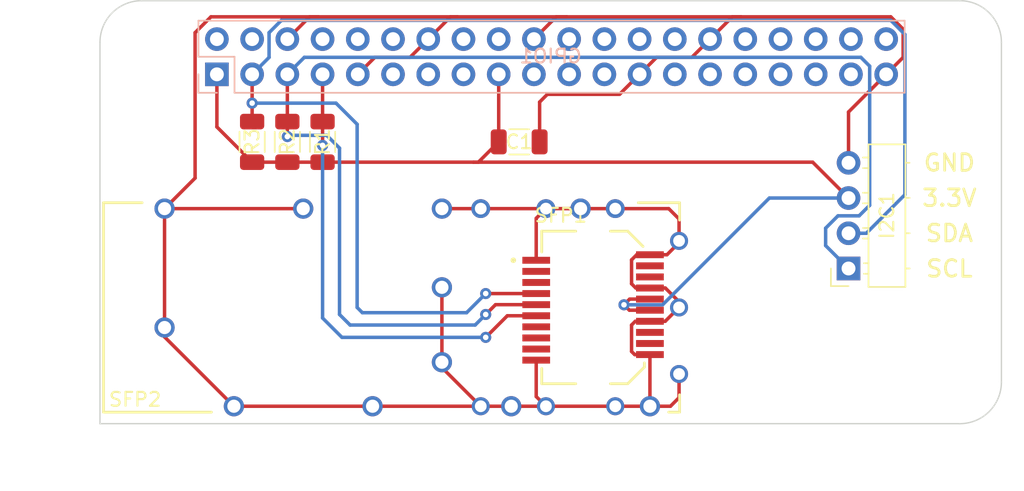
<source format=kicad_pcb>
(kicad_pcb (version 20221018) (generator pcbnew)
  (title_block (comment 4 "AISLER Project ID: RSIGAKTA"))
  (layers (0 "F.Cu" signal) (31 "B.Cu" signal) (34 "B.Paste" user) (35 "F.Paste" user) (36 "B.SilkS" user "B.Silkscreen") (37 "F.SilkS" user "F.Silkscreen") (38 "B.Mask" user) (39 "F.Mask" user) (44 "Edge.Cuts" user))
  (net 0 "")
  (net 1 "+3.3V")
  (net 2 "GND")
  (net 4 "/MOD-DEF2")
  (net 6 "/MOD-DEF1")
  (net 7 "/MOD-DEF0")
  (footprint "Project_Library:MountingHole_2.7mm_M2.5" (layer "F.Cu") (at 190.81 139.375)
    (fp_text reference "H2" hide)
    (fp_text value "MountingHole")
    (pad "" np_thru_hole circle (at 0 0) (size 2.7 2.7) (drill 2.7) (layers "*.Cu" "*.Mask"))
  )
  (footprint "Project_Library:R_1206_3216Metric" (layer "F.Cu") (at 140.28 122.555 90)
    (fp_text reference "R3" (at 0 0 90) (layer "F.SilkS"))
    (fp_text value "10K")
    (fp_line (start -0.727064 -0.91) (end 0.727064 -0.91) (stroke (width 0.12)) (layer "F.SilkS"))
    (fp_line (start -0.727064 0.91) (end 0.727064 0.91) (stroke (width 0.12)) (layer "F.SilkS"))
    (pad "1" smd roundrect (at -1.4625 0 90) (size 1.125 1.75) (layers "F.Cu" "F.Paste" "F.Mask") (roundrect_rratio 0.2222222222) (net 1 "+3.3V"))
    (pad "2" smd roundrect (at 1.4625 0 90) (size 1.125 1.75) (layers "F.Cu" "F.Paste" "F.Mask") (roundrect_rratio 0.2222222222) (net 4 "/MOD-DEF2"))
  )
  (footprint "Project_Library:C_1206_3216Metric" (layer "F.Cu") (at 159.535 122.555)
    (fp_text reference "C1" (at 0 0) (layer "F.SilkS"))
    (fp_text value "100nF")
    (fp_line (start -0.711252 -0.91) (end 0.711252 -0.91) (stroke (width 0.12)) (layer "F.SilkS"))
    (fp_line (start -0.711252 0.91) (end 0.711252 0.91) (stroke (width 0.12)) (layer "F.SilkS"))
    (pad "1" smd roundrect (at -1.475 0) (size 1.15 1.8) (layers "F.Cu" "F.Paste" "F.Mask") (roundrect_rratio 0.2173913043) (net 1 "+3.3V"))
    (pad "2" smd roundrect (at 1.475 0) (size 1.15 1.8) (layers "F.Cu" "F.Paste" "F.Mask") (roundrect_rratio 0.2173913043) (net 2 "GND"))
  )
  (footprint "Project_Library:SAMTEC_SFPC-SL" (layer "F.Cu") (at 164.865 129.698)
    (fp_text reference "SFP2" (at -33.02 11.43) (layer "F.SilkS"))
    (fp_text value "SFPC-SL")
    (fp_line (start -35.3 -2.755) (end -32.52 -2.755) (stroke (width 0.2)) (layer "F.SilkS"))
    (fp_line (start -35.3 12.345) (end -35.3 -2.755) (stroke (width 0.2)) (layer "F.SilkS"))
    (fp_line (start -35.3 12.345) (end -27.52 12.345) (stroke (width 0.2)) (layer "F.SilkS"))
    (fp_line (start 3.26 -2.755) (end 6.24 -2.755) (stroke (width 0.2)) (layer "F.SilkS"))
    (fp_line (start 6.24 -2.755) (end 6.24 -1.505) (stroke (width 0.2)) (layer "F.SilkS"))
    (fp_line (start 6.24 11.095) (end 6.24 12.345) (stroke (width 0.2)) (layer "F.SilkS"))
    (fp_line (start 6.24 12.345) (end 5.454 12.345) (stroke (width 0.2)) (layer "F.SilkS"))
    (pad "S1" thru_hole circle (at -0.9 -2.33 180) (size 1.458 1.458) (drill 0.95) (layers "*.Cu" "*.Mask") (net 2 "GND"))
    (pad "S2" thru_hole circle (at -3.4 -2.33 180) (size 1.358 1.358) (drill 0.85) (layers "*.Cu" "*.Mask") (net 2 "GND"))
    (pad "S3" thru_hole circle (at -8.1 -2.33 180) (size 1.358 1.358) (drill 0.85) (layers "*.Cu" "*.Mask") (net 2 "GND"))
    (pad "S4" thru_hole circle (at -10.9 -2.33 180) (size 1.458 1.458) (drill 0.95) (layers "*.Cu" "*.Mask") (net 2 "GND"))
    (pad "S5" thru_hole circle (at -20.9 -2.33 180) (size 1.458 1.458) (drill 0.95) (layers "*.Cu" "*.Mask") (net 2 "GND"))
    (pad "S6" thru_hole circle (at -30.9 -2.33 180) (size 1.458 1.458) (drill 0.95) (layers "*.Cu" "*.Mask") (net 2 "GND"))
    (pad "S7" thru_hole circle (at -30.9 6.245 180) (size 1.458 1.458) (drill 0.95) (layers "*.Cu" "*.Mask") (net 2 "GND"))
    (pad "S8" thru_hole circle (at -25.9 11.92 180) (size 1.458 1.458) (drill 0.95) (layers "*.Cu" "*.Mask") (net 2 "GND"))
    (pad "S9" thru_hole circle (at -15.9 11.92 180) (size 1.458 1.458) (drill 0.95) (layers "*.Cu" "*.Mask") (net 2 "GND"))
    (pad "S10" thru_hole circle (at -8.1 11.92 180) (size 1.3 1.3) (drill 0.85) (layers "*.Cu" "*.Mask") (net 2 "GND"))
    (pad "S11" thru_hole circle (at -5.9 11.92 180) (size 1.458 1.458) (drill 0.95) (layers "*.Cu" "*.Mask") (net 2 "GND"))
    (pad "S12" thru_hole circle (at -3.4 11.92 180) (size 1.3 1.3) (drill 0.85) (layers "*.Cu" "*.Mask") (net 2 "GND"))
    (pad "S13" thru_hole circle (at 1.6 11.92 180) (size 1.3 1.3) (drill 0.85) (layers "*.Cu" "*.Mask") (net 2 "GND"))
    (pad "S14" thru_hole circle (at 4.1 11.92 180) (size 1.458 1.458) (drill 0.95) (layers "*.Cu" "*.Mask") (net 2 "GND"))
    (pad "S15" thru_hole circle (at 6.2 9.595 180) (size 1.3 1.3) (drill 0.85) (layers "*.Cu" "*.Mask") (net 2 "GND"))
    (pad "S16" thru_hole circle (at 6.2 4.795 180) (size 1.3 1.3) (drill 0.85) (layers "*.Cu" "*.Mask") (net 2 "GND"))
    (pad "S17" thru_hole circle (at 6.2 -0.005 180) (size 1.3 1.3) (drill 0.85) (layers "*.Cu" "*.Mask") (net 2 "GND"))
    (pad "S18" thru_hole circle (at 1.6 -2.33 180) (size 1.358 1.358) (drill 0.85) (layers "*.Cu" "*.Mask") (net 2 "GND"))
    (pad "S19" thru_hole circle (at -10.9 3.345 180) (size 1.458 1.458) (drill 0.95) (layers "*.Cu" "*.Mask") (net 2 "GND"))
    (pad "S20" thru_hole circle (at -10.9 8.745 180) (size 1.458 1.458) (drill 0.95) (layers "*.Cu" "*.Mask") (net 2 "GND"))
  )
  (footprint "Project_Library:MountingHole_2.7mm_M2.5" (layer "F.Cu") (at 132.81 116.375)
    (fp_text reference "H1" hide)
    (fp_text value "MountingHole")
    (pad "" np_thru_hole circle (at 0 0) (size 2.7 2.7) (drill 2.7) (layers "*.Cu" "*.Mask"))
  )
  (footprint "Project_Library:PinHeader_1x04_P2.54mm_Horizontal" (layer "F.Cu") (at 183.285 124.065)
    (fp_text reference "I2C1" (at 2.77 3.81 90) (layer "F.SilkS"))
    (fp_text value "Conn_01x04")
    (fp_line (start -1.27 7.62) (end -1.27 8.89) (stroke (width 0.12)) (layer "F.SilkS"))
    (fp_line (start -1.27 8.89) (end 0 8.89) (stroke (width 0.12)) (layer "F.SilkS"))
    (fp_line (start 1.042929 -0.38) (end 1.44 -0.38) (stroke (width 0.12)) (layer "F.SilkS"))
    (fp_line (start 1.042929 0.38) (end 1.44 0.38) (stroke (width 0.12)) (layer "F.SilkS"))
    (fp_line (start 1.042929 2.16) (end 1.44 2.16) (stroke (width 0.12)) (layer "F.SilkS"))
    (fp_line (start 1.042929 2.92) (end 1.44 2.92) (stroke (width 0.12)) (layer "F.SilkS"))
    (fp_line (start 1.042929 4.7) (end 1.44 4.7) (stroke (width 0.12)) (layer "F.SilkS"))
    (fp_line (start 1.042929 5.46) (end 1.44 5.46) (stroke (width 0.12)) (layer "F.SilkS"))
    (fp_line (start 1.11 7.24) (end 1.44 7.24) (stroke (width 0.12)) (layer "F.SilkS"))
    (fp_line (start 1.11 8) (end 1.44 8) (stroke (width 0.12)) (layer "F.SilkS"))
    (fp_line (start 1.44 -1.33) (end 4.1 -1.33) (stroke (width 0.12)) (layer "F.SilkS"))
    (fp_line (start 1.44 8.95) (end 1.44 -1.33) (stroke (width 0.12)) (layer "F.SilkS"))
    (fp_line (start 4.1 -1.33) (end 4.1 8.95) (stroke (width 0.12)) (layer "F.SilkS"))
    (fp_line (start 4.1 0) (end 4.4 0) (stroke (width 0.12)) (layer "F.SilkS"))
    (fp_line (start 4.1 8.95) (end 1.44 8.95) (stroke (width 0.12)) (layer "F.SilkS"))
    (fp_line (start 4.11 2.53) (end 4.41 2.53) (stroke (width 0.12)) (layer "F.SilkS"))
    (fp_line (start 4.11 5.08) (end 4.41 5.08) (stroke (width 0.12)) (layer "F.SilkS"))
    (fp_line (start 4.11 7.62) (end 4.41 7.62) (stroke (width 0.12)) (layer "F.SilkS"))
    (pad "1" thru_hole rect (at 0 7.62) (size 1.7 1.7) (drill 1) (layers "*.Cu" "*.Mask") (net 6 "/MOD-DEF1"))
    (pad "2" thru_hole oval (at 0 5.08) (size 1.7 1.7) (drill 1) (layers "*.Cu" "*.Mask") (net 4 "/MOD-DEF2"))
    (pad "3" thru_hole oval (at 0 2.54) (size 1.7 1.7) (drill 1) (layers "*.Cu" "*.Mask") (net 1 "+3.3V"))
    (pad "4" thru_hole oval (at 0 0) (size 1.7 1.7) (drill 1) (layers "*.Cu" "*.Mask") (net 2 "GND"))
  )
  (footprint "Project_Library:R_1206_3216Metric" (layer "F.Cu") (at 145.36 122.555 90)
    (fp_text reference "R1" (at 0 0 90) (layer "F.SilkS"))
    (fp_text value "10K")
    (fp_line (start -0.727064 -0.91) (end 0.727064 -0.91) (stroke (width 0.12)) (layer "F.SilkS"))
    (fp_line (start -0.727064 0.91) (end 0.727064 0.91) (stroke (width 0.12)) (layer "F.SilkS"))
    (pad "1" smd roundrect (at -1.4625 0 90) (size 1.125 1.75) (layers "F.Cu" "F.Paste" "F.Mask") (roundrect_rratio 0.2222222222) (net 1 "+3.3V"))
    (pad "2" smd roundrect (at 1.4625 0 90) (size 1.125 1.75) (layers "F.Cu" "F.Paste" "F.Mask") (roundrect_rratio 0.2222222222) (net 7 "/MOD-DEF0"))
  )
  (footprint "Project_Library:R_1206_3216Metric" (layer "F.Cu") (at 142.82 122.555 90)
    (fp_text reference "R2" (at 0 0 90) (layer "F.SilkS"))
    (fp_text value "10K")
    (fp_line (start -0.727064 -0.91) (end 0.727064 -0.91) (stroke (width 0.12)) (layer "F.SilkS"))
    (fp_line (start -0.727064 0.91) (end 0.727064 0.91) (stroke (width 0.12)) (layer "F.SilkS"))
    (pad "1" smd roundrect (at -1.4625 0 90) (size 1.125 1.75) (layers "F.Cu" "F.Paste" "F.Mask") (roundrect_rratio 0.2222222222) (net 1 "+3.3V"))
    (pad "2" smd roundrect (at 1.4625 0 90) (size 1.125 1.75) (layers "F.Cu" "F.Paste" "F.Mask") (roundrect_rratio 0.2222222222) (net 6 "/MOD-DEF1"))
  )
  (footprint "Project_Library:MountingHole_2.7mm_M2.5" (layer "F.Cu") (at 190.81 116.375)
    (fp_text reference "H3" hide)
    (fp_text value "MountingHole")
    (pad "" np_thru_hole circle (at 0 0) (size 2.7 2.7) (drill 2.7) (layers "*.Cu" "*.Mask"))
  )
  (footprint "Project_Library:SAMTEC_MECT-110-01-M-D-RA1" (layer "F.Cu") (at 164.864999 129.693)
    (fp_text reference "SFP1" (at -2.325 -1.835) (layer "F.SilkS"))
    (fp_text value "SFP+")
    (fp_line (start -3.7 -0.7) (end -1.25 -0.7) (stroke (width 0.2)) (layer "F.SilkS"))
    (fp_line (start -3.7 0.8) (end -3.7 -0.7) (stroke (width 0.2)) (layer "F.SilkS"))
    (fp_line (start -3.7 10.3) (end -3.7 9.2) (stroke (width 0.2)) (layer "F.SilkS"))
    (fp_line (start -1.25 10.3) (end -3.7 10.3) (stroke (width 0.2)) (layer "F.SilkS"))
    (fp_line (start 1.25 -0.7) (end 2.5 -0.7) (stroke (width 0.2)) (layer "F.SilkS"))
    (fp_line (start 2.5 -0.7) (end 3.6 0.4) (stroke (width 0.2)) (layer "F.SilkS"))
    (fp_line (start 2.5 10.3) (end 1.25 10.3) (stroke (width 0.2)) (layer "F.SilkS"))
    (fp_line (start 3.7 9.1) (end 2.5 10.3) (stroke (width 0.2)) (layer "F.SilkS"))
    (fp_line (start 3.7 9.1) (end 3.7 8.8) (stroke (width 0.2)) (layer "F.SilkS"))
    (fp_circle (center -5.75 1.4) (end -5.75 1.5) (stroke (width 0.2)) (fill none) (layer "F.SilkS"))
    (pad "" np_thru_hole circle (at 0 0 270) (size 1.55 1.55) (drill 1.55) (layers "*.Cu" "*.Mask"))
    (pad "" np_thru_hole circle (at 0 9.6 270) (size 1.55 1.55) (drill 1.55) (layers "*.Cu" "*.Mask"))
    (pad "01" smd rect (at -4.1 1.4 270) (size 0.5 2) (layers "F.Cu" "F.Paste" "F.Mask") (net 2 "GND"))
    (pad "02" smd rect (at -4.1 2.2 270) (size 0.5 2) (layers "F.Cu" "F.Paste" "F.Mask"))
    (pad "03" smd rect (at -4.1 3 270) (size 0.5 2) (layers "F.Cu" "F.Paste" "F.Mask"))
    (pad "04" smd rect (at -4.1 3.8 270) (size 0.5 2) (layers "F.Cu" "F.Paste" "F.Mask") (net 4 "/MOD-DEF2"))
    (pad "05" smd rect (at -4.1 4.6 270) (size 0.5 2) (layers "F.Cu" "F.Paste" "F.Mask") (net 6 "/MOD-DEF1"))
    (pad "06" smd rect (at -4.1 5.4 270) (size 0.5 2) (layers "F.Cu" "F.Paste" "F.Mask") (net 7 "/MOD-DEF0"))
    (pad "07" smd rect (at -4.1 6.2 270) (size 0.5 2) (layers "F.Cu" "F.Paste" "F.Mask"))
    (pad "08" smd rect (at -4.1 7 270) (size 0.5 2) (layers "F.Cu" "F.Paste" "F.Mask"))
    (pad "09" smd rect (at -4.1 7.8 270) (size 0.5 2) (layers "F.Cu" "F.Paste" "F.Mask"))
    (pad "10" smd rect (at -4.1 8.6 270) (size 0.5 2) (layers "F.Cu" "F.Paste" "F.Mask") (net 2 "GND"))
    (pad "11" smd rect (at 4.1 8.2 270) (size 0.5 2) (layers "F.Cu" "F.Paste" "F.Mask") (net 2 "GND"))
    (pad "12" smd rect (at 4.1 7.4 270) (size 0.5 2) (layers "F.Cu" "F.Paste" "F.Mask"))
    (pad "13" smd rect (at 4.1 6.6 270) (size 0.5 2) (layers "F.Cu" "F.Paste" "F.Mask"))
    (pad "14" smd rect (at 4.1 5.8 270) (size 0.5 2) (layers "F.Cu" "F.Paste" "F.Mask") (net 2 "GND"))
    (pad "15" smd rect (at 4.1 5 270) (size 0.5 2) (layers "F.Cu" "F.Paste" "F.Mask") (net 1 "+3.3V"))
    (pad "16" smd rect (at 4.1 4.2 270) (size 0.5 2) (layers "F.Cu" "F.Paste" "F.Mask") (net 1 "+3.3V"))
    (pad "17" smd rect (at 4.1 3.4 270) (size 0.5 2) (layers "F.Cu" "F.Paste" "F.Mask") (net 2 "GND"))
    (pad "18" smd rect (at 4.1 2.6 270) (size 0.5 2) (layers "F.Cu" "F.Paste" "F.Mask"))
    (pad "19" smd rect (at 4.1 1.8 270) (size 0.5 2) (layers "F.Cu" "F.Paste" "F.Mask"))
    (pad "20" smd rect (at 4.1 1 270) (size 0.5 2) (layers "F.Cu" "F.Paste" "F.Mask") (net 2 "GND"))
  )
  (footprint "Project_Library:PinSocket_2x20_P2.54mm_Vertical" (layer "B.Cu") (at 161.81 116.375 180)
    (fp_text reference "GPIO1" (at 0 0) (layer "B.SilkS") (effects (justify mirror)))
    (fp_text value "GPIO")
    (fp_line (start -25.52 2.56) (end -25.52 -2.64) (stroke (width 0.12)) (layer "B.SilkS"))
    (fp_line (start 22.8 -2.64) (end -25.52 -2.64) (stroke (width 0.12)) (layer "B.SilkS"))
    (fp_line (start 22.8 -0.04) (end 22.8 -2.64) (stroke (width 0.12)) (layer "B.SilkS"))
    (fp_line (start 25.4 -2.64) (end 24.07 -2.64) (stroke (width 0.12)) (layer "B.SilkS"))
    (fp_line (start 25.4 -1.31) (end 25.4 -2.64) (stroke (width 0.12)) (layer "B.SilkS"))
    (fp_line (start 25.4 -0.04) (end 22.8 -0.04) (stroke (width 0.12)) (layer "B.SilkS"))
    (fp_line (start 25.4 2.56) (end -25.52 2.56) (stroke (width 0.12)) (layer "B.SilkS"))
    (fp_line (start 25.4 2.56) (end 25.4 -0.04) (stroke (width 0.12)) (layer "B.SilkS"))
    (pad "1" thru_hole rect locked (at 24.07 -1.31 270) (size 1.7 1.7) (drill 1) (layers "*.Cu" "*.Mask") (net 1 "+3.3V"))
    (pad "2" thru_hole oval locked (at 24.07 1.23 270) (size 1.7 1.7) (drill 1) (layers "*.Cu" "*.Mask"))
    (pad "3" thru_hole oval locked (at 21.53 -1.31 270) (size 1.7 1.7) (drill 1) (layers "*.Cu" "*.Mask") (net 4 "/MOD-DEF2"))
    (pad "4" thru_hole oval locked (at 21.53 1.23 270) (size 1.7 1.7) (drill 1) (layers "*.Cu" "*.Mask"))
    (pad "5" thru_hole oval locked (at 18.99 -1.31 270) (size 1.7 1.7) (drill 1) (layers "*.Cu" "*.Mask") (net 6 "/MOD-DEF1"))
    (pad "6" thru_hole oval locked (at 18.99 1.23 270) (size 1.7 1.7) (drill 1) (layers "*.Cu" "*.Mask") (net 2 "GND"))
    (pad "7" thru_hole oval locked (at 16.45 -1.31 270) (size 1.7 1.7) (drill 1) (layers "*.Cu" "*.Mask") (net 7 "/MOD-DEF0"))
    (pad "8" thru_hole oval locked (at 16.45 1.23 270) (size 1.7 1.7) (drill 1) (layers "*.Cu" "*.Mask"))
    (pad "9" thru_hole oval locked (at 13.91 -1.31 270) (size 1.7 1.7) (drill 1) (layers "*.Cu" "*.Mask") (net 2 "GND"))
    (pad "10" thru_hole oval locked (at 13.91 1.23 270) (size 1.7 1.7) (drill 1) (layers "*.Cu" "*.Mask"))
    (pad "11" thru_hole oval locked (at 11.37 -1.31 270) (size 1.7 1.7) (drill 1) (layers "*.Cu" "*.Mask"))
    (pad "12" thru_hole oval locked (at 11.37 1.23 270) (size 1.7 1.7) (drill 1) (layers "*.Cu" "*.Mask"))
    (pad "13" thru_hole oval locked (at 8.83 -1.31 270) (size 1.7 1.7) (drill 1) (layers "*.Cu" "*.Mask"))
    (pad "14" thru_hole oval locked (at 8.83 1.23 270) (size 1.7 1.7) (drill 1) (layers "*.Cu" "*.Mask") (net 2 "GND"))
    (pad "15" thru_hole oval locked (at 6.29 -1.31 270) (size 1.7 1.7) (drill 1) (layers "*.Cu" "*.Mask"))
    (pad "16" thru_hole oval locked (at 6.29 1.23 270) (size 1.7 1.7) (drill 1) (layers "*.Cu" "*.Mask"))
    (pad "17" thru_hole oval locked (at 3.75 -1.31 270) (size 1.7 1.7) (drill 1) (layers "*.Cu" "*.Mask") (net 1 "+3.3V"))
    (pad "18" thru_hole oval locked (at 3.75 1.23 270) (size 1.7 1.7) (drill 1) (layers "*.Cu" "*.Mask"))
    (pad "19" thru_hole oval locked (at 1.21 -1.31 270) (size 1.7 1.7) (drill 1) (layers "*.Cu" "*.Mask"))
    (pad "20" thru_hole oval locked (at 1.21 1.23 270) (size 1.7 1.7) (drill 1) (layers "*.Cu" "*.Mask") (net 2 "GND"))
    (pad "21" thru_hole oval locked (at -1.33 -1.31 270) (size 1.7 1.7) (drill 1) (layers "*.Cu" "*.Mask"))
    (pad "22" thru_hole oval locked (at -1.33 1.23 270) (size 1.7 1.7) (drill 1) (layers "*.Cu" "*.Mask"))
    (pad "23" thru_hole oval locked (at -3.87 -1.31 270) (size 1.7 1.7) (drill 1) (layers "*.Cu" "*.Mask"))
    (pad "24" thru_hole oval locked (at -3.87 1.23 270) (size 1.7 1.7) (drill 1) (layers "*.Cu" "*.Mask"))
    (pad "25" thru_hole oval locked (at -6.41 -1.31 270) (size 1.7 1.7) (drill 1) (layers "*.Cu" "*.Mask") (net 2 "GND"))
    (pad "26" thru_hole oval locked (at -6.41 1.23 270) (size 1.7 1.7) (drill 1) (layers "*.Cu" "*.Mask"))
    (pad "27" thru_hole oval locked (at -8.95 -1.31 270) (size 1.7 1.7) (drill 1) (layers "*.Cu" "*.Mask"))
    (pad "28" thru_hole oval locked (at -8.95 1.23 270) (size 1.7 1.7) (drill 1) (layers "*.Cu" "*.Mask"))
    (pad "29" thru_hole oval locked (at -11.49 -1.31 270) (size 1.7 1.7) (drill 1) (layers "*.Cu" "*.Mask"))
    (pad "30" thru_hole oval locked (at -11.49 1.23 270) (size 1.7 1.7) (drill 1) (layers "*.Cu" "*.Mask") (net 2 "GND"))
    (pad "31" thru_hole oval locked (at -14.03 -1.31 270) (size 1.7 1.7) (drill 1) (layers "*.Cu" "*.Mask"))
    (pad "32" thru_hole oval locked (at -14.03 1.23 270) (size 1.7 1.7) (drill 1) (layers "*.Cu" "*.Mask"))
    (pad "33" thru_hole oval locked (at -16.57 -1.31 270) (size 1.7 1.7) (drill 1) (layers "*.Cu" "*.Mask"))
    (pad "34" thru_hole oval locked (at -16.57 1.23 270) (size 1.7 1.7) (drill 1) (layers "*.Cu" "*.Mask"))
    (pad "35" thru_hole oval locked (at -19.11 -1.31 270) (size 1.7 1.7) (drill 1) (layers "*.Cu" "*.Mask"))
    (pad "36" thru_hole oval locked (at -19.11 1.23 270) (size 1.7 1.7) (drill 1) (layers "*.Cu" "*.Mask"))
    (pad "37" thru_hole oval locked (at -21.65 -1.31 270) (size 1.7 1.7) (drill 1) (layers "*.Cu" "*.Mask"))
    (pad "38" thru_hole oval locked (at -21.65 1.23 270) (size 1.7 1.7) (drill 1) (layers "*.Cu" "*.Mask"))
    (pad "39" thru_hole oval locked (at -24.19 -1.31 270) (size 1.7 1.7) (drill 1) (layers "*.Cu" "*.Mask") (net 2 "GND"))
    (pad "40" thru_hole oval locked (at -24.19 1.23 270) (size 1.7 1.7) (drill 1) (layers "*.Cu" "*.Mask"))
  )
  (gr_circle locked (center 164.865 129.185) (end 164.865001 129.185) (stroke (width 0.2)) (fill none) (layer "F.Cu"))
  (gr_line (start 129.31 115.375) (end 129.31 142.875) (stroke (width 0.1)) (layer "Edge.Cuts"))
  (gr_line (start 194.31 139.875) (end 194.31 115.375) (stroke (width 0.1)) (layer "Edge.Cuts"))
  (gr_line (start 129.31 142.875) (end 191.31 142.875) (stroke (width 0.1)) (layer "Edge.Cuts"))
  (gr_arc (start 129.31 115.375) (mid 130.18868 113.25368) (end 132.31 112.375) (stroke (width 0.1)) (layer "Edge.Cuts"))
  (gr_arc (start 191.31 112.375) (mid 193.43132 113.25368) (end 194.31 115.375) (stroke (width 0.1)) (layer "Edge.Cuts"))
  (gr_arc (start 194.31 139.875) (mid 193.43132 141.99632) (end 191.31 142.875) (stroke (width 0.1)) (layer "Edge.Cuts"))
  (gr_line (start 132.31 112.375) (end 191.31 112.375) (stroke (width 0.1)) (layer "Edge.Cuts"))
  (gr_text "SCL" (at 190.559714 131.699) (layer "F.SilkS") (effects (font (size 1.2 1.2) (thickness 0.2) bold)))
  (gr_text "3.3V" (at 190.559714 126.605) (layer "F.SilkS") (effects (font (size 1.2 1.2) (thickness 0.2) bold)))
  (gr_text "GND" (at 190.559714 124.065) (layer "F.SilkS") (effects (font (size 1.2 1.2) (thickness 0.2) bold)))
  (gr_text "SDA" (at 190.559714 129.145) (layer "F.SilkS") (effects (font (size 1.2 1.2) (thickness 0.2) bold)))
  (segment (start 158.06 122.555) (end 156.5975 124.0175) (width 0.25) (layer "F.Cu") (net 1))
  (segment (start 167.483 134.693) (end 168.964999 134.693) (width 0.25) (layer "F.Cu") (net 1))
  (segment (start 167.502 133.893) (end 168.964999 133.893) (width 0.25) (layer "F.Cu") (net 1))
  (segment (start 167.0925 134.3025) (end 167.483 134.693) (width 0.25) (layer "F.Cu") (net 1))
  (segment (start 180.6975 124.0175) (end 183.285 126.605) (width 0.25) (layer "F.Cu") (net 1))
  (segment (start 156.5975 124.0175) (end 156.234 124.0175) (width 0.25) (layer "F.Cu") (net 1))
  (segment (start 137.74 121.4775) (end 140.28 124.0175) (width 0.25) (layer "F.Cu") (net 1))
  (segment (start 145.36 124.0175) (end 156.234 124.0175) (width 0.25) (layer "F.Cu") (net 1))
  (segment (start 156.234 124.0175) (end 180.6975 124.0175) (width 0.25) (layer "F.Cu") (net 1))
  (segment (start 158.06 122.555) (end 158.06 117.685) (width 0.25) (layer "F.Cu") (net 1))
  (segment (start 142.82 124.0175) (end 145.36 124.0175) (width 0.25) (layer "F.Cu") (net 1))
  (segment (start 137.74 117.685) (end 137.74 121.4775) (width 0.25) (layer "F.Cu") (net 1))
  (segment (start 140.28 124.0175) (end 142.82 124.0175) (width 0.25) (layer "F.Cu") (net 1))
  (segment (start 167.0925 134.3025) (end 167.502 133.893) (width 0.25) (layer "F.Cu") (net 1))
  (via (at 167.0925 134.3025) (size 0.8) (drill 0.4) (layers "F.Cu" "B.Cu") (net 1))
  (segment (start 177.574141 126.605) (end 183.285 126.605) (width 0.25) (layer "B.Cu") (net 1))
  (segment (start 169.876641 134.3025) (end 177.574141 126.605) (width 0.25) (layer "B.Cu") (net 1))
  (segment (start 167.0925 134.3025) (end 169.876641 134.3025) (width 0.25) (layer "B.Cu") (net 1))
  (segment (start 170.065 135.493) (end 171.065 134.493) (width 0.25) (layer "F.Cu") (net 2))
  (segment (start 186 117.685) (end 187.222 116.463) (width 0.25) (layer "F.Cu") (net 2))
  (segment (start 156.765 141.618) (end 158.965 141.618) (width 0.25) (layer "F.Cu") (net 2))
  (segment (start 167.909999 135.493) (end 167.639999 135.763) (width 0.25) (layer "F.Cu") (net 2))
  (segment (start 168.964999 135.493) (end 167.909999 135.493) (width 0.25) (layer "F.Cu") (net 2))
  (segment (start 168.964999 137.893) (end 168.965 141.618) (width 0.25) (layer "F.Cu") (net 2))
  (segment (start 183.285 120.4) (end 183.285 124.065) (width 0.25) (layer "F.Cu") (net 2))
  (segment (start 156.765 127.368) (end 153.965 127.368) (width 0.25) (layer "F.Cu") (net 2))
  (segment (start 170.194 130.693) (end 171.065 129.822) (width 0.25) (layer "F.Cu") (net 2))
  (segment (start 170.445 141.618) (end 171.065 140.998) (width 0.25) (layer "F.Cu") (net 2))
  (segment (start 160.764999 140.917999) (end 161.465 141.618) (width 0.25) (layer "F.Cu") (net 2))
  (segment (start 137.311 113.538) (end 136.168 114.681) (width 0.25) (layer "F.Cu") (net 2))
  (segment (start 160.764999 138.293) (end 160.764999 140.917999) (width 0.25) (layer "F.Cu") (net 2))
  (segment (start 171.065 129.822) (end 171.065 129.693) (width 0.25) (layer "F.Cu") (net 2))
  (segment (start 166.775 119.126) (end 168.216 117.685) (width 0.25) (layer "F.Cu") (net 2))
  (segment (start 155.091 113.538) (end 145.058 113.538) (width 0.25) (layer "F.Cu") (net 2))
  (segment (start 155.091 113.538) (end 154.587 113.538) (width 0.25) (layer "F.Cu") (net 2))
  (segment (start 133.965 135.943) (end 133.965 136.618) (width 0.25) (layer "F.Cu") (net 2))
  (segment (start 168.010999 130.693) (end 167.639999 131.064) (width 0.25) (layer "F.Cu") (net 2))
  (segment (start 143.965 127.368) (end 133.965 127.368) (width 0.25) (layer "F.Cu") (net 2))
  (segment (start 148.965 141.618) (end 156.765 141.618) (width 0.25) (layer "F.Cu") (net 2))
  (segment (start 168.964999 130.693) (end 170.194 130.693) (width 0.25) (layer "F.Cu") (net 2))
  (segment (start 167.947 133.093) (end 168.964999 133.093) (width 0.25) (layer "F.Cu") (net 2))
  (segment (start 158.965 141.618) (end 161.465 141.618) (width 0.25) (layer "F.Cu") (net 2))
  (segment (start 168.22 117.685) (end 169.446 116.459) (width 0.25) (layer "F.Cu") (net 2))
  (segment (start 167.639999 135.763) (end 167.639999 137.668) (width 0.25) (layer "F.Cu") (net 2))
  (segment (start 161.01 119.684) (end 161.568 119.126) (width 0.25) (layer "F.Cu") (net 2))
  (segment (start 171.065 134.084) (end 170.074 133.093) (width 0.25) (layer "F.Cu") (net 2))
  (segment (start 170.318 127.368) (end 166.465 127.368) (width 0.25) (layer "F.Cu") (net 2))
  (segment (start 136.168 114.681) (end 136.168 125.165) (width 0.25) (layer "F.Cu") (net 2))
  (segment (start 166.465 127.368) (end 163.965 127.368) (width 0.25) (layer "F.Cu") (net 2))
  (segment (start 156.755 141.618) (end 156.765 141.618) (width 0.25) (layer "F.Cu") (net 2))
  (segment (start 162.965 113.538) (end 162.207 113.538) (width 0.25) (layer "F.Cu") (net 2))
  (segment (start 170.074 133.093) (end 168.964999 133.093) (width 0.25) (layer "F.Cu") (net 2))
  (segment (start 187.222 114.427) (end 186.333 113.538) (width 0.25) (layer "F.Cu") (net 2))
  (segment (start 136.168 125.165) (end 133.965 127.368) (width 0.25) (layer "F.Cu") (net 2))
  (segment (start 147.9 117.685) (end 149.126 116.459) (width 0.25) (layer "F.Cu") (net 2))
  (segment (start 186 117.685) (end 183.285 120.4) (width 0.25) (layer "F.Cu") (net 2))
  (segment (start 145.058 113.538) (end 144.427 113.538) (width 0.25) (layer "F.Cu") (net 2))
  (segment (start 151.666 116.459) (end 152.98 115.145) (width 0.25) (layer "F.Cu") (net 2))
  (segment (start 161.01 122.555) (end 161.01 119.684) (width 0.25) (layer "F.Cu") (net 2))
  (segment (start 154.587 113.538) (end 152.98 115.145) (width 0.25) (layer "F.Cu") (net 2))
  (segment (start 175.538 113.538) (end 174.907 113.538) (width 0.25) (layer "F.Cu") (net 2))
  (segment (start 153.965 138.443) (end 153.965 138.828) (width 0.25) (layer "F.Cu") (net 2))
  (segment (start 174.907 113.538) (end 173.3 115.145) (width 0.25) (layer "F.Cu") (net 2))
  (segment (start 171.065 128.115) (end 170.318 127.368) (width 0.25) (layer "F.Cu") (net 2))
  (segment (start 168.964999 135.493) (end 170.065 135.493) (width 0.25) (layer "F.Cu") (net 2))
  (segment (start 167.639999 137.668) (end 167.864999 137.893) (width 0.25) (layer "F.Cu") (net 2))
  (segment (start 149.126 116.459) (end 151.666 116.459) (width 0.25) (layer "F.Cu") (net 2))
  (segment (start 161.465 141.618) (end 166.465 141.618) (width 0.25) (layer "F.Cu") (net 2))
  (segment (start 153.965 138.828) (end 156.755 141.618) (width 0.25) (layer "F.Cu") (net 2))
  (segment (start 167.864999 137.893) (end 168.964999 137.893) (width 0.25) (layer "F.Cu") (net 2))
  (segment (start 169.446 116.459) (end 171.986 116.459) (width 0.25) (layer "F.Cu") (net 2))
  (segment (start 168.964999 130.693) (end 168.010999 130.693) (width 0.25) (layer "F.Cu") (net 2))
  (segment (start 168.216 117.685) (end 168.22 117.685) (width 0.25) (layer "F.Cu") (net 2))
  (segment (start 160.764999 131.093) (end 160.764999 128.068001) (width 0.25) (layer "F.Cu") (net 2))
  (segment (start 144.427 113.538) (end 142.82 115.145) (width 0.25) (layer "F.Cu") (net 2))
  (segment (start 166.465 141.618) (end 168.965 141.618) (width 0.25) (layer "F.Cu") (net 2))
  (segment (start 171.065 140.998) (end 171.065 139.293) (width 0.25) (layer "F.Cu") (net 2))
  (segment (start 186.333 113.538) (end 175.538 113.538) (width 0.25) (layer "F.Cu") (net 2))
  (segment (start 171.065 134.493) (end 171.065 134.084) (width 0.25) (layer "F.Cu") (net 2))
  (segment (start 162.965 113.538) (end 155.091 113.538) (width 0.25) (layer "F.Cu") (net 2))
  (segment (start 153.965 133.043) (end 153.965 138.443) (width 0.25) (layer "F.Cu") (net 2))
  (segment (start 171.986 116.459) (end 173.3 115.145) (width 0.25) (layer "F.Cu") (net 2))
  (segment (start 168.965 141.618) (end 170.445 141.618) (width 0.25) (layer "F.Cu") (net 2))
  (segment (start 160.764999 128.068001) (end 161.465 127.368) (width 0.25) (layer "F.Cu") (net 2))
  (segment (start 133.965 127.368) (end 133.965 135.943) (width 0.25) (layer "F.Cu") (net 2))
  (segment (start 175.538 113.538) (end 162.965 113.538) (width 0.25) (layer "F.Cu") (net 2))
  (segment (start 138.965 141.618) (end 148.965 141.618) (width 0.25) (layer "F.Cu") (net 2))
  (segment (start 145.058 113.538) (end 137.311 113.538) (width 0.25) (layer "F.Cu") (net 2))
  (segment (start 187.222 116.463) (end 187.222 114.427) (width 0.25) (layer "F.Cu") (net 2))
  (segment (start 133.965 136.618) (end 138.965 141.618) (width 0.25) (layer "F.Cu") (net 2))
  (segment (start 162.207 113.538) (end 160.6 115.145) (width 0.25) (layer "F.Cu") (net 2))
  (segment (start 163.965 127.368) (end 161.465 127.368) (width 0.25) (layer "F.Cu") (net 2))
  (segment (start 167.639999 132.785999) (end 167.947 133.093) (width 0.25) (layer "F.Cu") (net 2))
  (segment (start 171.065 129.693) (end 171.065 128.115) (width 0.25) (layer "F.Cu") (net 2))
  (segment (start 161.465 127.368) (end 156.765 127.368) (width 0.25) (layer "F.Cu") (net 2))
  (segment (start 167.639999 131.064) (end 167.639999 132.785999) (width 0.25) (layer "F.Cu") (net 2))
  (segment (start 161.568 119.126) (end 166.775 119.126) (width 0.25) (layer "F.Cu") (net 2))
  (segment (start 140.28 119.713) (end 140.232 119.761) (width 0.25) (layer "F.Cu") (net 4))
  (segment (start 160.764999 133.493) (end 157.123 133.493) (width 0.25) (layer "F.Cu") (net 4))
  (segment (start 140.28 117.685) (end 140.28 119.713) (width 0.25) (layer "F.Cu") (net 4))
  (segment (start 140.28 121.0925) (end 140.28 119.761) (width 0.25) (layer "F.Cu") (net 4))
  (via (at 157.123 133.493) (size 0.8) (drill 0.4) (layers "F.Cu" "B.Cu") (net 4))
  (via (at 140.28 119.761) (size 0.8) (drill 0.4) (layers "F.Cu" "B.Cu") (net 4))
  (segment (start 147.852 134.493) (end 147.852 121.285) (width 0.25) (layer "B.Cu") (net 4))
  (segment (start 187.349 114.808) (end 187.349 126.365) (width 0.25) (layer "B.Cu") (net 4))
  (segment (start 141.502 116.463) (end 141.502 114.681) (width 0.25) (layer "B.Cu") (net 4))
  (segment (start 142.391 113.792) (end 186.333 113.792) (width 0.25) (layer "B.Cu") (net 4))
  (segment (start 157.123 133.493) (end 155.742 134.874) (width 0.25) (layer "B.Cu") (net 4))
  (segment (start 140.28 117.685) (end 141.502 116.463) (width 0.25) (layer "B.Cu") (net 4))
  (segment (start 141.502 114.681) (end 142.391 113.792) (width 0.25) (layer "B.Cu") (net 4))
  (segment (start 186.333 113.792) (end 187.349 114.808) (width 0.25) (layer "B.Cu") (net 4))
  (segment (start 184.569 129.145) (end 183.285 129.145) (width 0.25) (layer "B.Cu") (net 4))
  (segment (start 187.349 126.365) (end 184.569 129.145) (width 0.25) (layer "B.Cu") (net 4))
  (segment (start 146.328 119.761) (end 140.28 119.761) (width 0.25) (layer "B.Cu") (net 4))
  (segment (start 148.233 134.874) (end 147.852 134.493) (width 0.25) (layer "B.Cu") (net 4))
  (segment (start 155.742 134.874) (end 148.233 134.874) (width 0.25) (layer "B.Cu") (net 4))
  (segment (start 147.852 121.285) (end 146.328 119.761) (width 0.25) (layer "B.Cu") (net 4))
  (segment (start 157.831 134.293) (end 157.123 135.001) (width 0.25) (layer "F.Cu") (net 6))
  (segment (start 160.764999 134.293) (end 157.831 134.293) (width 0.25) (layer "F.Cu") (net 6))
  (segment (start 142.82 121.0925) (end 142.82 122.174) (width 0.25) (layer "F.Cu") (net 6))
  (segment (start 142.82 117.685) (end 142.82 121.0925) (width 0.25) (layer "F.Cu") (net 6))
  (via (at 142.82 122.174) (size 0.8) (drill 0.4) (layers "F.Cu" "B.Cu") (net 6))
  (via (at 157.123 135.001) (size 0.8) (drill 0.4) (layers "F.Cu" "B.Cu") (net 6))
  (segment (start 184.809 117.094) (end 184.809 127.127) (width 0.25) (layer "B.Cu") (net 6))
  (segment (start 182.523 127.889) (end 181.634 128.778) (width 0.25) (layer "B.Cu") (net 6))
  (segment (start 145.660305 122.084) (end 146.582 123.005695) (width 0.25) (layer "B.Cu") (net 6))
  (segment (start 146.582 123.005695) (end 146.582 135.001) (width 0.25) (layer "B.Cu") (net 6))
  (segment (start 147.344 135.763) (end 156.361 135.763) (width 0.25) (layer "B.Cu") (net 6))
  (segment (start 184.047 127.889) (end 182.523 127.889) (width 0.25) (layer "B.Cu") (net 6))
  (segment (start 184.809 127.127) (end 184.047 127.889) (width 0.25) (layer "B.Cu") (net 6))
  (segment (start 184.174 116.459) (end 184.809 117.094) (width 0.25) (layer "B.Cu") (net 6))
  (segment (start 156.361 135.763) (end 157.123 135.001) (width 0.25) (layer "B.Cu") (net 6))
  (segment (start 181.634 130.034) (end 183.285 131.685) (width 0.25) (layer "B.Cu") (net 6))
  (segment (start 181.634 128.778) (end 181.634 130.034) (width 0.25) (layer "B.Cu") (net 6))
  (segment (start 146.582 135.001) (end 147.344 135.763) (width 0.25) (layer "B.Cu") (net 6))
  (segment (start 144.046 116.459) (end 184.174 116.459) (width 0.25) (layer "B.Cu") (net 6))
  (segment (start 142.91 122.084) (end 145.660305 122.084) (width 0.25) (layer "B.Cu") (net 6))
  (segment (start 142.82 117.685) (end 144.046 116.459) (width 0.25) (layer "B.Cu") (net 6))
  (segment (start 142.82 122.174) (end 142.91 122.084) (width 0.25) (layer "B.Cu") (net 6))
  (segment (start 160.764999 135.093) (end 158.682 135.093) (width 0.25) (layer "F.Cu") (net 7))
  (segment (start 145.36 122.809) (end 145.36 121.0925) (width 0.25) (layer "F.Cu") (net 7))
  (segment (start 158.682 135.093) (end 157.123 136.652) (width 0.25) (layer "F.Cu") (net 7))
  (segment (start 145.36 117.685) (end 145.36 121.0925) (width 0.25) (layer "F.Cu") (net 7))
  (via (at 145.36 122.809) (size 0.8) (drill 0.4) (layers "F.Cu" "B.Cu") (net 7))
  (via (at 157.123 136.652) (size 0.8) (drill 0.4) (layers "F.Cu" "B.Cu") (net 7))
  (segment (start 157.123 136.652) (end 146.757 136.652) (width 0.25) (layer "B.Cu") (net 7))
  (segment (start 145.36 135.255) (end 145.36 122.809) (width 0.25) (layer "B.Cu") (net 7))
  (segment (start 146.757 136.652) (end 145.36 135.255) (width 0.25) (layer "B.Cu") (net 7))
)
</source>
